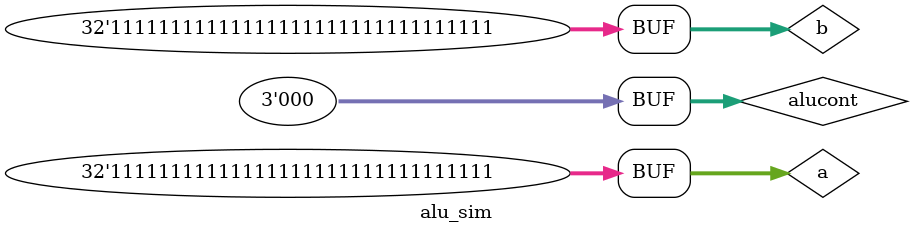
<source format=sv>
`timescale 1ns / 1ps


module alu_sim();
    logic [31:0]    a,b;
    logic [2:0]     alucont;
    logic [31:0]    result;
    logic           zero;
    
    alu ALU(.a(a),.b(b),.alucont(alucont),.result(result),.zero(zero));
    
    initial begin
        #0 alucont = 3'b010;
            #0 a = 32'h00000000;b = 32'h00000000;
            #10 a = 32'h00000000;b = 32'hFFFFFFFF;
            #10 a = 32'h00000001; b = 32'hFFFFFFFF;
            #10 a = 32'h000000FF;b = 32'h00000001;
        #10 alucont = 3'b110;
            #0 a = 32'h00000000;b = 32'h00000000;
            #10 a = 32'h00000000; b = 32'hFFFFFFFF;
            #10 a = 32'h00000001;b = 32'h00000001;
            #10 a = 32'h00000100;b = 32'h00000001;
        #10 alucont = 3'b111;
            #0 a = 32'h00000000; b = 32'h00000000;
            #10 a = 32'h00000000; b = 32'h00000001;
            #10 a = 32'h00000000; b = 32'hFFFFFFFF;
            #10 a = 32'h00000001; b = 32'h00000000;
            #10 a = 32'hFFFFFFFF; b = 32'h00000000;
        #10 alucont = 3'b000;
            #0 a = 32'hFFFFFFFF; b = 32'hFFFFFFFF;
            #10 a = 32'hFFFFFFFF; b = 32'h12345678;
            #10 a = 32'h12345678; b = 32'h87654321;
            #10 a = 32'h00000000; b = 32'hFFFFFFFF;
       #10 alucont = 3'b001;     
            #0 a = 32'hFFFFFFFF; b = 32'hFFFFFFFF;
            #10 a = 32'h12345678; b = 32'h87654321;
            #10 a = 32'h00000000; b = 32'hFFFFFFFF;
            #10 a = 32'h00000000; b = 32'h00000000;
       #10 alucont = 3'b000;
            #0 a = 32'hFFFFFFFF; b = 32'hFFFFFFFF;
    end
      
    
endmodule

</source>
